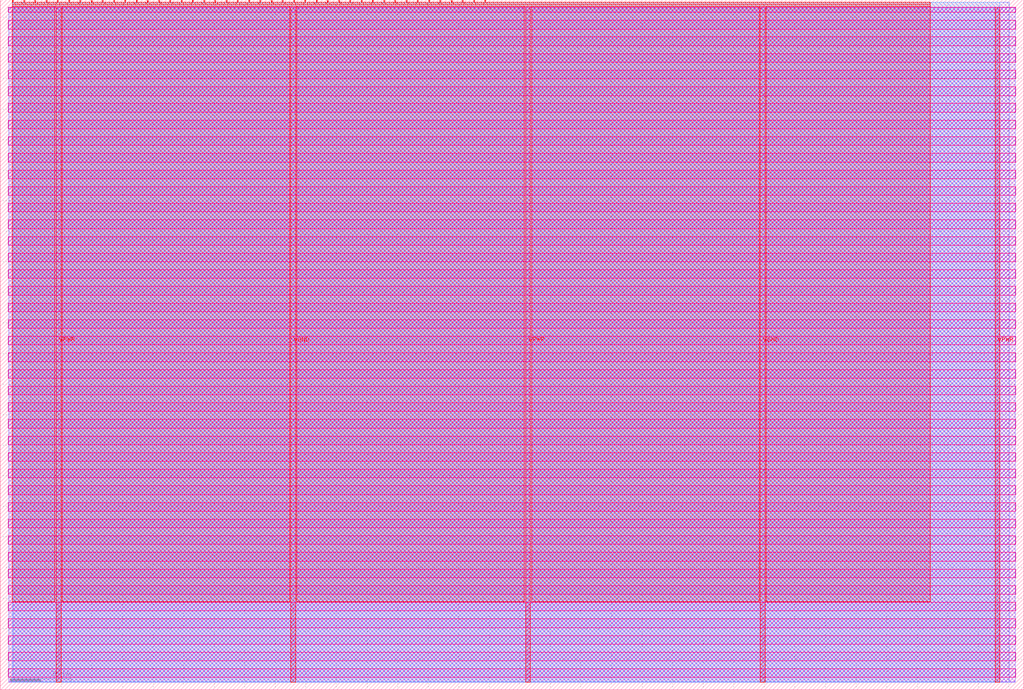
<source format=lef>
VERSION 5.7 ;
  NOWIREEXTENSIONATPIN ON ;
  DIVIDERCHAR "/" ;
  BUSBITCHARS "[]" ;
MACRO tt_um_asinghani_tinywspr
  CLASS BLOCK ;
  FOREIGN tt_um_asinghani_tinywspr ;
  ORIGIN 0.000 0.000 ;
  SIZE 334.880 BY 225.760 ;
  PIN VGND
    DIRECTION INOUT ;
    USE GROUND ;
    PORT
      LAYER met4 ;
        RECT 95.080 2.480 96.680 223.280 ;
    END
    PORT
      LAYER met4 ;
        RECT 248.680 2.480 250.280 223.280 ;
    END
  END VGND
  PIN VPWR
    DIRECTION INOUT ;
    USE POWER ;
    PORT
      LAYER met4 ;
        RECT 18.280 2.480 19.880 223.280 ;
    END
    PORT
      LAYER met4 ;
        RECT 171.880 2.480 173.480 223.280 ;
    END
    PORT
      LAYER met4 ;
        RECT 325.480 2.480 327.080 223.280 ;
    END
  END VPWR
  PIN clk
    DIRECTION INPUT ;
    USE SIGNAL ;
    ANTENNAGATEAREA 0.852000 ;
    PORT
      LAYER met4 ;
        RECT 154.870 224.760 155.170 225.760 ;
    END
  END clk
  PIN ena
    DIRECTION INPUT ;
    USE SIGNAL ;
    PORT
      LAYER met4 ;
        RECT 158.550 224.760 158.850 225.760 ;
    END
  END ena
  PIN rst_n
    DIRECTION INPUT ;
    USE SIGNAL ;
    ANTENNAGATEAREA 0.213000 ;
    PORT
      LAYER met4 ;
        RECT 151.190 224.760 151.490 225.760 ;
    END
  END rst_n
  PIN ui_in[0]
    DIRECTION INPUT ;
    USE SIGNAL ;
    ANTENNAGATEAREA 0.196500 ;
    PORT
      LAYER met4 ;
        RECT 147.510 224.760 147.810 225.760 ;
    END
  END ui_in[0]
  PIN ui_in[1]
    DIRECTION INPUT ;
    USE SIGNAL ;
    ANTENNAGATEAREA 0.196500 ;
    PORT
      LAYER met4 ;
        RECT 143.830 224.760 144.130 225.760 ;
    END
  END ui_in[1]
  PIN ui_in[2]
    DIRECTION INPUT ;
    USE SIGNAL ;
    ANTENNAGATEAREA 0.196500 ;
    PORT
      LAYER met4 ;
        RECT 140.150 224.760 140.450 225.760 ;
    END
  END ui_in[2]
  PIN ui_in[3]
    DIRECTION INPUT ;
    USE SIGNAL ;
    PORT
      LAYER met4 ;
        RECT 136.470 224.760 136.770 225.760 ;
    END
  END ui_in[3]
  PIN ui_in[4]
    DIRECTION INPUT ;
    USE SIGNAL ;
    PORT
      LAYER met4 ;
        RECT 132.790 224.760 133.090 225.760 ;
    END
  END ui_in[4]
  PIN ui_in[5]
    DIRECTION INPUT ;
    USE SIGNAL ;
    PORT
      LAYER met4 ;
        RECT 129.110 224.760 129.410 225.760 ;
    END
  END ui_in[5]
  PIN ui_in[6]
    DIRECTION INPUT ;
    USE SIGNAL ;
    PORT
      LAYER met4 ;
        RECT 125.430 224.760 125.730 225.760 ;
    END
  END ui_in[6]
  PIN ui_in[7]
    DIRECTION INPUT ;
    USE SIGNAL ;
    PORT
      LAYER met4 ;
        RECT 121.750 224.760 122.050 225.760 ;
    END
  END ui_in[7]
  PIN uio_in[0]
    DIRECTION INPUT ;
    USE SIGNAL ;
    ANTENNAGATEAREA 0.196500 ;
    PORT
      LAYER met4 ;
        RECT 118.070 224.760 118.370 225.760 ;
    END
  END uio_in[0]
  PIN uio_in[1]
    DIRECTION INPUT ;
    USE SIGNAL ;
    ANTENNAGATEAREA 0.159000 ;
    PORT
      LAYER met4 ;
        RECT 114.390 224.760 114.690 225.760 ;
    END
  END uio_in[1]
  PIN uio_in[2]
    DIRECTION INPUT ;
    USE SIGNAL ;
    ANTENNAGATEAREA 0.213000 ;
    PORT
      LAYER met4 ;
        RECT 110.710 224.760 111.010 225.760 ;
    END
  END uio_in[2]
  PIN uio_in[3]
    DIRECTION INPUT ;
    USE SIGNAL ;
    ANTENNAGATEAREA 0.159000 ;
    PORT
      LAYER met4 ;
        RECT 107.030 224.760 107.330 225.760 ;
    END
  END uio_in[3]
  PIN uio_in[4]
    DIRECTION INPUT ;
    USE SIGNAL ;
    ANTENNAGATEAREA 0.196500 ;
    PORT
      LAYER met4 ;
        RECT 103.350 224.760 103.650 225.760 ;
    END
  END uio_in[4]
  PIN uio_in[5]
    DIRECTION INPUT ;
    USE SIGNAL ;
    ANTENNAGATEAREA 0.159000 ;
    PORT
      LAYER met4 ;
        RECT 99.670 224.760 99.970 225.760 ;
    END
  END uio_in[5]
  PIN uio_in[6]
    DIRECTION INPUT ;
    USE SIGNAL ;
    ANTENNAGATEAREA 0.213000 ;
    PORT
      LAYER met4 ;
        RECT 95.990 224.760 96.290 225.760 ;
    END
  END uio_in[6]
  PIN uio_in[7]
    DIRECTION INPUT ;
    USE SIGNAL ;
    ANTENNAGATEAREA 0.196500 ;
    PORT
      LAYER met4 ;
        RECT 92.310 224.760 92.610 225.760 ;
    END
  END uio_in[7]
  PIN uio_oe[0]
    DIRECTION OUTPUT TRISTATE ;
    USE SIGNAL ;
    PORT
      LAYER met4 ;
        RECT 29.750 224.760 30.050 225.760 ;
    END
  END uio_oe[0]
  PIN uio_oe[1]
    DIRECTION OUTPUT TRISTATE ;
    USE SIGNAL ;
    PORT
      LAYER met4 ;
        RECT 26.070 224.760 26.370 225.760 ;
    END
  END uio_oe[1]
  PIN uio_oe[2]
    DIRECTION OUTPUT TRISTATE ;
    USE SIGNAL ;
    PORT
      LAYER met4 ;
        RECT 22.390 224.760 22.690 225.760 ;
    END
  END uio_oe[2]
  PIN uio_oe[3]
    DIRECTION OUTPUT TRISTATE ;
    USE SIGNAL ;
    PORT
      LAYER met4 ;
        RECT 18.710 224.760 19.010 225.760 ;
    END
  END uio_oe[3]
  PIN uio_oe[4]
    DIRECTION OUTPUT TRISTATE ;
    USE SIGNAL ;
    PORT
      LAYER met4 ;
        RECT 15.030 224.760 15.330 225.760 ;
    END
  END uio_oe[4]
  PIN uio_oe[5]
    DIRECTION OUTPUT TRISTATE ;
    USE SIGNAL ;
    PORT
      LAYER met4 ;
        RECT 11.350 224.760 11.650 225.760 ;
    END
  END uio_oe[5]
  PIN uio_oe[6]
    DIRECTION OUTPUT TRISTATE ;
    USE SIGNAL ;
    PORT
      LAYER met4 ;
        RECT 7.670 224.760 7.970 225.760 ;
    END
  END uio_oe[6]
  PIN uio_oe[7]
    DIRECTION OUTPUT TRISTATE ;
    USE SIGNAL ;
    PORT
      LAYER met4 ;
        RECT 3.990 224.760 4.290 225.760 ;
    END
  END uio_oe[7]
  PIN uio_out[0]
    DIRECTION OUTPUT TRISTATE ;
    USE SIGNAL ;
    PORT
      LAYER met4 ;
        RECT 59.190 224.760 59.490 225.760 ;
    END
  END uio_out[0]
  PIN uio_out[1]
    DIRECTION OUTPUT TRISTATE ;
    USE SIGNAL ;
    PORT
      LAYER met4 ;
        RECT 55.510 224.760 55.810 225.760 ;
    END
  END uio_out[1]
  PIN uio_out[2]
    DIRECTION OUTPUT TRISTATE ;
    USE SIGNAL ;
    PORT
      LAYER met4 ;
        RECT 51.830 224.760 52.130 225.760 ;
    END
  END uio_out[2]
  PIN uio_out[3]
    DIRECTION OUTPUT TRISTATE ;
    USE SIGNAL ;
    PORT
      LAYER met4 ;
        RECT 48.150 224.760 48.450 225.760 ;
    END
  END uio_out[3]
  PIN uio_out[4]
    DIRECTION OUTPUT TRISTATE ;
    USE SIGNAL ;
    PORT
      LAYER met4 ;
        RECT 44.470 224.760 44.770 225.760 ;
    END
  END uio_out[4]
  PIN uio_out[5]
    DIRECTION OUTPUT TRISTATE ;
    USE SIGNAL ;
    PORT
      LAYER met4 ;
        RECT 40.790 224.760 41.090 225.760 ;
    END
  END uio_out[5]
  PIN uio_out[6]
    DIRECTION OUTPUT TRISTATE ;
    USE SIGNAL ;
    PORT
      LAYER met4 ;
        RECT 37.110 224.760 37.410 225.760 ;
    END
  END uio_out[6]
  PIN uio_out[7]
    DIRECTION OUTPUT TRISTATE ;
    USE SIGNAL ;
    PORT
      LAYER met4 ;
        RECT 33.430 224.760 33.730 225.760 ;
    END
  END uio_out[7]
  PIN uo_out[0]
    DIRECTION OUTPUT TRISTATE ;
    USE SIGNAL ;
    ANTENNADIFFAREA 0.445500 ;
    PORT
      LAYER met4 ;
        RECT 88.630 224.760 88.930 225.760 ;
    END
  END uo_out[0]
  PIN uo_out[1]
    DIRECTION OUTPUT TRISTATE ;
    USE SIGNAL ;
    ANTENNADIFFAREA 0.445500 ;
    PORT
      LAYER met4 ;
        RECT 84.950 224.760 85.250 225.760 ;
    END
  END uo_out[1]
  PIN uo_out[2]
    DIRECTION OUTPUT TRISTATE ;
    USE SIGNAL ;
    PORT
      LAYER met4 ;
        RECT 81.270 224.760 81.570 225.760 ;
    END
  END uo_out[2]
  PIN uo_out[3]
    DIRECTION OUTPUT TRISTATE ;
    USE SIGNAL ;
    PORT
      LAYER met4 ;
        RECT 77.590 224.760 77.890 225.760 ;
    END
  END uo_out[3]
  PIN uo_out[4]
    DIRECTION OUTPUT TRISTATE ;
    USE SIGNAL ;
    PORT
      LAYER met4 ;
        RECT 73.910 224.760 74.210 225.760 ;
    END
  END uo_out[4]
  PIN uo_out[5]
    DIRECTION OUTPUT TRISTATE ;
    USE SIGNAL ;
    PORT
      LAYER met4 ;
        RECT 70.230 224.760 70.530 225.760 ;
    END
  END uo_out[5]
  PIN uo_out[6]
    DIRECTION OUTPUT TRISTATE ;
    USE SIGNAL ;
    ANTENNAGATEAREA 2.353500 ;
    ANTENNADIFFAREA 0.891000 ;
    PORT
      LAYER met4 ;
        RECT 66.550 224.760 66.850 225.760 ;
    END
  END uo_out[6]
  PIN uo_out[7]
    DIRECTION OUTPUT TRISTATE ;
    USE SIGNAL ;
    ANTENNADIFFAREA 0.445500 ;
    PORT
      LAYER met4 ;
        RECT 62.870 224.760 63.170 225.760 ;
    END
  END uo_out[7]
  OBS
      LAYER nwell ;
        RECT 2.570 221.625 332.310 223.230 ;
        RECT 2.570 216.185 332.310 219.015 ;
        RECT 2.570 210.745 332.310 213.575 ;
        RECT 2.570 205.305 332.310 208.135 ;
        RECT 2.570 199.865 332.310 202.695 ;
        RECT 2.570 194.425 332.310 197.255 ;
        RECT 2.570 188.985 332.310 191.815 ;
        RECT 2.570 183.545 332.310 186.375 ;
        RECT 2.570 178.105 332.310 180.935 ;
        RECT 2.570 172.665 332.310 175.495 ;
        RECT 2.570 167.225 332.310 170.055 ;
        RECT 2.570 161.785 332.310 164.615 ;
        RECT 2.570 156.345 332.310 159.175 ;
        RECT 2.570 150.905 332.310 153.735 ;
        RECT 2.570 145.465 332.310 148.295 ;
        RECT 2.570 140.025 332.310 142.855 ;
        RECT 2.570 134.585 332.310 137.415 ;
        RECT 2.570 129.145 332.310 131.975 ;
        RECT 2.570 123.705 332.310 126.535 ;
        RECT 2.570 118.265 332.310 121.095 ;
        RECT 2.570 112.825 332.310 115.655 ;
        RECT 2.570 107.385 332.310 110.215 ;
        RECT 2.570 101.945 332.310 104.775 ;
        RECT 2.570 96.505 332.310 99.335 ;
        RECT 2.570 91.065 332.310 93.895 ;
        RECT 2.570 85.625 332.310 88.455 ;
        RECT 2.570 80.185 332.310 83.015 ;
        RECT 2.570 74.745 332.310 77.575 ;
        RECT 2.570 69.305 332.310 72.135 ;
        RECT 2.570 63.865 332.310 66.695 ;
        RECT 2.570 58.425 332.310 61.255 ;
        RECT 2.570 52.985 332.310 55.815 ;
        RECT 2.570 47.545 332.310 50.375 ;
        RECT 2.570 42.105 332.310 44.935 ;
        RECT 2.570 36.665 332.310 39.495 ;
        RECT 2.570 31.225 332.310 34.055 ;
        RECT 2.570 25.785 332.310 28.615 ;
        RECT 2.570 20.345 332.310 23.175 ;
        RECT 2.570 14.905 332.310 17.735 ;
        RECT 2.570 9.465 332.310 12.295 ;
        RECT 2.570 4.025 332.310 6.855 ;
      LAYER li1 ;
        RECT 2.760 2.635 332.120 223.125 ;
      LAYER met1 ;
        RECT 2.760 2.480 332.120 223.280 ;
      LAYER met2 ;
        RECT 4.230 2.535 330.180 224.925 ;
      LAYER met3 ;
        RECT 3.950 2.555 327.070 224.905 ;
      LAYER met4 ;
        RECT 4.690 224.360 7.270 224.905 ;
        RECT 8.370 224.360 10.950 224.905 ;
        RECT 12.050 224.360 14.630 224.905 ;
        RECT 15.730 224.360 18.310 224.905 ;
        RECT 19.410 224.360 21.990 224.905 ;
        RECT 23.090 224.360 25.670 224.905 ;
        RECT 26.770 224.360 29.350 224.905 ;
        RECT 30.450 224.360 33.030 224.905 ;
        RECT 34.130 224.360 36.710 224.905 ;
        RECT 37.810 224.360 40.390 224.905 ;
        RECT 41.490 224.360 44.070 224.905 ;
        RECT 45.170 224.360 47.750 224.905 ;
        RECT 48.850 224.360 51.430 224.905 ;
        RECT 52.530 224.360 55.110 224.905 ;
        RECT 56.210 224.360 58.790 224.905 ;
        RECT 59.890 224.360 62.470 224.905 ;
        RECT 63.570 224.360 66.150 224.905 ;
        RECT 67.250 224.360 69.830 224.905 ;
        RECT 70.930 224.360 73.510 224.905 ;
        RECT 74.610 224.360 77.190 224.905 ;
        RECT 78.290 224.360 80.870 224.905 ;
        RECT 81.970 224.360 84.550 224.905 ;
        RECT 85.650 224.360 88.230 224.905 ;
        RECT 89.330 224.360 91.910 224.905 ;
        RECT 93.010 224.360 95.590 224.905 ;
        RECT 96.690 224.360 99.270 224.905 ;
        RECT 100.370 224.360 102.950 224.905 ;
        RECT 104.050 224.360 106.630 224.905 ;
        RECT 107.730 224.360 110.310 224.905 ;
        RECT 111.410 224.360 113.990 224.905 ;
        RECT 115.090 224.360 117.670 224.905 ;
        RECT 118.770 224.360 121.350 224.905 ;
        RECT 122.450 224.360 125.030 224.905 ;
        RECT 126.130 224.360 128.710 224.905 ;
        RECT 129.810 224.360 132.390 224.905 ;
        RECT 133.490 224.360 136.070 224.905 ;
        RECT 137.170 224.360 139.750 224.905 ;
        RECT 140.850 224.360 143.430 224.905 ;
        RECT 144.530 224.360 147.110 224.905 ;
        RECT 148.210 224.360 150.790 224.905 ;
        RECT 151.890 224.360 154.470 224.905 ;
        RECT 155.570 224.360 158.150 224.905 ;
        RECT 159.250 224.360 304.225 224.905 ;
        RECT 3.975 223.680 304.225 224.360 ;
        RECT 3.975 28.735 17.880 223.680 ;
        RECT 20.280 28.735 94.680 223.680 ;
        RECT 97.080 28.735 171.480 223.680 ;
        RECT 173.880 28.735 248.280 223.680 ;
        RECT 250.680 28.735 304.225 223.680 ;
  END
END tt_um_asinghani_tinywspr
END LIBRARY


</source>
